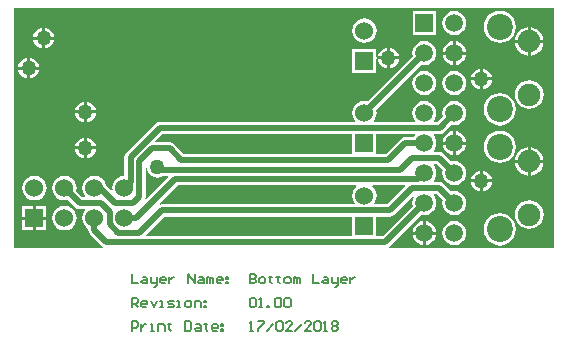
<source format=gbl>
%FSLAX25Y25*%
%MOIN*%
G70*
G01*
G75*
G04 Layer_Physical_Order=2*
G04 Layer_Color=16711680*
%ADD10R,0.04500X0.06000*%
%ADD11C,0.01969*%
%ADD12C,0.03937*%
%ADD13C,0.01772*%
%ADD14C,0.00787*%
%ADD15C,0.07480*%
%ADD16C,0.08661*%
%ADD17R,0.06000X0.06000*%
%ADD18C,0.06000*%
%ADD19R,0.06000X0.06000*%
%ADD20C,0.05906*%
%ADD21R,0.05906X0.05906*%
%ADD22C,0.05000*%
G36*
X44573Y26086D02*
X44925Y25235D01*
X45486Y24504D01*
X46218Y23943D01*
X47069Y23590D01*
X47983Y23470D01*
X48896Y23590D01*
X49748Y23943D01*
X49792Y23977D01*
X51445D01*
X51636Y23515D01*
X44338Y16216D01*
X43897Y16452D01*
X44006Y17000D01*
Y26570D01*
X44505Y26603D01*
X44573Y26086D01*
D02*
G37*
G36*
X130637Y20515D02*
X124660Y14539D01*
X120318D01*
X120097Y14987D01*
X120477Y15483D01*
X120880Y16456D01*
X121017Y17500D01*
X120880Y18544D01*
X120477Y19517D01*
X119835Y20353D01*
X119639Y20504D01*
X119800Y20977D01*
X130445D01*
X130637Y20515D01*
D02*
G37*
G36*
X114326Y20504D02*
X114130Y20353D01*
X113489Y19517D01*
X113086Y18544D01*
X112948Y17500D01*
X113086Y16456D01*
X113489Y15483D01*
X113869Y14987D01*
X113648Y14539D01*
X49498D01*
X48950Y14430D01*
X48715Y14871D01*
X54821Y20977D01*
X114165D01*
X114326Y20504D01*
D02*
G37*
G36*
X133952Y37544D02*
X133553Y37023D01*
X130546D01*
X129771Y36869D01*
X129115Y36431D01*
X124019Y31334D01*
X120983D01*
Y37993D01*
X133731D01*
X133952Y37544D01*
D02*
G37*
G36*
X112983Y31334D02*
X56797D01*
X53453Y34679D01*
X52796Y35117D01*
X52022Y35271D01*
X47456D01*
X47265Y35733D01*
X49524Y37993D01*
X112983D01*
Y31334D01*
D02*
G37*
G36*
X180000Y0D02*
X125422D01*
X125277Y478D01*
X125413Y569D01*
X135988Y11144D01*
X136983Y11013D01*
X138014Y11149D01*
X138976Y11547D01*
X139802Y12181D01*
X140435Y13007D01*
X140834Y13968D01*
X140970Y15000D01*
X140834Y16032D01*
X140435Y16994D01*
X140025Y17528D01*
X140246Y17977D01*
X141145D01*
X143127Y15995D01*
X142996Y15000D01*
X143132Y13968D01*
X143530Y13007D01*
X144164Y12181D01*
X144989Y11547D01*
X145951Y11149D01*
X146983Y11013D01*
X148014Y11149D01*
X148976Y11547D01*
X149802Y12181D01*
X150435Y13007D01*
X150834Y13968D01*
X150970Y15000D01*
X150834Y16032D01*
X150435Y16994D01*
X149802Y17819D01*
X148976Y18453D01*
X148014Y18851D01*
X146983Y18987D01*
X145988Y18856D01*
X143413Y21431D01*
X142757Y21869D01*
X141983Y22023D01*
X140246D01*
X140025Y22472D01*
X140435Y23007D01*
X140834Y23968D01*
X140970Y25000D01*
X140834Y26032D01*
X140435Y26994D01*
X140025Y27529D01*
X140246Y27977D01*
X141145D01*
X143127Y25995D01*
X142996Y25000D01*
X143132Y23968D01*
X143530Y23007D01*
X144164Y22181D01*
X144989Y21547D01*
X145951Y21149D01*
X146983Y21013D01*
X148014Y21149D01*
X148976Y21547D01*
X149802Y22181D01*
X150435Y23007D01*
X150834Y23968D01*
X150970Y25000D01*
X150834Y26032D01*
X150435Y26994D01*
X149802Y27819D01*
X148976Y28453D01*
X148014Y28851D01*
X146983Y28987D01*
X145988Y28856D01*
X143413Y31431D01*
X142757Y31869D01*
X141983Y32023D01*
X140246D01*
X140025Y32472D01*
X140435Y33007D01*
X140834Y33968D01*
X140970Y35000D01*
X140834Y36032D01*
X140435Y36994D01*
X140013Y37544D01*
X140234Y37993D01*
X141998D01*
X142773Y38147D01*
X143429Y38585D01*
X145988Y41144D01*
X146983Y41013D01*
X148014Y41149D01*
X148976Y41547D01*
X149802Y42181D01*
X150435Y43007D01*
X150834Y43968D01*
X150970Y45000D01*
X150834Y46032D01*
X150435Y46993D01*
X149802Y47819D01*
X148976Y48453D01*
X148014Y48851D01*
X146983Y48987D01*
X145951Y48851D01*
X144989Y48453D01*
X144164Y47819D01*
X143530Y46993D01*
X143132Y46032D01*
X142996Y45000D01*
X143127Y44005D01*
X141160Y42039D01*
X140258D01*
X140037Y42487D01*
X140435Y43007D01*
X140834Y43968D01*
X140970Y45000D01*
X140834Y46032D01*
X140435Y46993D01*
X139802Y47819D01*
X138976Y48453D01*
X138014Y48851D01*
X136983Y48987D01*
X135951Y48851D01*
X134989Y48453D01*
X134163Y47819D01*
X133530Y46993D01*
X133132Y46032D01*
X132996Y45000D01*
X133132Y43968D01*
X133530Y43007D01*
X133928Y42487D01*
X133707Y42039D01*
X120318D01*
X120097Y42487D01*
X120477Y42983D01*
X120880Y43956D01*
X121017Y45000D01*
X120881Y46037D01*
X135988Y61144D01*
X136983Y61013D01*
X138014Y61149D01*
X138976Y61547D01*
X139802Y62181D01*
X140435Y63007D01*
X140834Y63968D01*
X140970Y65000D01*
X140834Y66032D01*
X140435Y66993D01*
X139802Y67819D01*
X138976Y68453D01*
X138014Y68851D01*
X136983Y68987D01*
X135951Y68851D01*
X134989Y68453D01*
X134163Y67819D01*
X133530Y66993D01*
X133132Y66032D01*
X132996Y65000D01*
X133127Y64005D01*
X118019Y48898D01*
X116983Y49035D01*
X115938Y48897D01*
X114965Y48494D01*
X114130Y47853D01*
X113489Y47017D01*
X113086Y46044D01*
X112948Y45000D01*
X113086Y43956D01*
X113489Y42983D01*
X113869Y42487D01*
X113648Y42039D01*
X48686D01*
X47912Y41885D01*
X47256Y41446D01*
X37584Y31774D01*
X37145Y31118D01*
X36991Y30344D01*
Y24042D01*
X36983Y24035D01*
X35938Y23897D01*
X34965Y23494D01*
X34130Y22853D01*
X33489Y22017D01*
X33086Y21044D01*
X32948Y20000D01*
X33014Y19499D01*
X32566Y19278D01*
X30892Y20952D01*
X30880Y21044D01*
X30477Y22017D01*
X29836Y22853D01*
X29000Y23494D01*
X28027Y23897D01*
X26983Y24035D01*
X25938Y23897D01*
X24965Y23494D01*
X24130Y22853D01*
X23489Y22017D01*
X23086Y21044D01*
X22948Y20000D01*
X23086Y18956D01*
X23489Y17983D01*
X23869Y17487D01*
X23648Y17039D01*
X22836D01*
X20884Y18991D01*
X21017Y20000D01*
X20880Y21044D01*
X20477Y22017D01*
X19836Y22853D01*
X19000Y23494D01*
X18027Y23897D01*
X16983Y24035D01*
X15938Y23897D01*
X14965Y23494D01*
X14130Y22853D01*
X13489Y22017D01*
X13086Y21044D01*
X12948Y20000D01*
X13086Y18956D01*
X13489Y17983D01*
X14130Y17147D01*
X14965Y16506D01*
X15938Y16103D01*
X16983Y15966D01*
X18027Y16103D01*
X18043Y16110D01*
X20568Y13585D01*
X21224Y13147D01*
X21998Y12993D01*
X23672D01*
X23893Y12544D01*
X23489Y12017D01*
X23086Y11044D01*
X22948Y10000D01*
X23086Y8956D01*
X23489Y7983D01*
X24130Y7147D01*
X24960Y6511D01*
Y6000D01*
X25113Y5226D01*
X25552Y4569D01*
X29552Y569D01*
X29688Y478D01*
X29543Y0D01*
X0D01*
Y80000D01*
X180000D01*
Y0D01*
D02*
G37*
G36*
X133529Y16992D02*
X133132Y16032D01*
X132996Y15000D01*
X133127Y14005D01*
X123145Y4023D01*
X120983D01*
Y10493D01*
X125498D01*
X126273Y10647D01*
X126929Y11085D01*
X133114Y17270D01*
X133529Y16992D01*
D02*
G37*
G36*
X112983Y4023D02*
X44520D01*
X44329Y4485D01*
X50336Y10493D01*
X112983D01*
Y4023D01*
D02*
G37*
%LPC*%
G36*
X172404Y33573D02*
Y29358D01*
X176619D01*
X176522Y30096D01*
X176044Y31249D01*
X175285Y32239D01*
X174294Y32999D01*
X173141Y33476D01*
X172404Y33573D01*
D02*
G37*
G36*
X23483Y32848D02*
X20518D01*
X20573Y32435D01*
X20925Y31583D01*
X21486Y30852D01*
X22218Y30291D01*
X23069Y29938D01*
X23483Y29884D01*
Y32848D01*
D02*
G37*
G36*
X27447D02*
X24483D01*
Y29884D01*
X24896Y29938D01*
X25748Y30291D01*
X26479Y30852D01*
X27040Y31583D01*
X27393Y32435D01*
X27447Y32848D01*
D02*
G37*
G36*
X171404Y33573D02*
X170666Y33476D01*
X169513Y32999D01*
X168523Y32239D01*
X167763Y31249D01*
X167286Y30096D01*
X167189Y29358D01*
X171404D01*
Y33573D01*
D02*
G37*
G36*
Y28358D02*
X167189D01*
X167286Y27621D01*
X167763Y26468D01*
X168523Y25477D01*
X169513Y24718D01*
X170666Y24240D01*
X171404Y24143D01*
Y28358D01*
D02*
G37*
G36*
X176619D02*
X172404D01*
Y24143D01*
X173141Y24240D01*
X174294Y24718D01*
X175285Y25477D01*
X176044Y26468D01*
X176522Y27621D01*
X176619Y28358D01*
D02*
G37*
G36*
X162061Y39156D02*
X160670Y38973D01*
X159373Y38436D01*
X158259Y37582D01*
X157405Y36468D01*
X156868Y35171D01*
X156685Y33780D01*
X156868Y32388D01*
X157405Y31091D01*
X158259Y29978D01*
X159373Y29123D01*
X160670Y28586D01*
X162061Y28403D01*
X163453Y28586D01*
X164750Y29123D01*
X165863Y29978D01*
X166718Y31091D01*
X167255Y32388D01*
X167438Y33780D01*
X167255Y35171D01*
X166718Y36468D01*
X165863Y37582D01*
X164750Y38436D01*
X163453Y38973D01*
X162061Y39156D01*
D02*
G37*
G36*
X147483Y38921D02*
Y35500D01*
X150904D01*
X150834Y36032D01*
X150435Y36994D01*
X149802Y37819D01*
X148976Y38453D01*
X148014Y38851D01*
X147483Y38921D01*
D02*
G37*
G36*
X162061Y11597D02*
X160670Y11414D01*
X159373Y10877D01*
X158259Y10022D01*
X157405Y8909D01*
X156868Y7612D01*
X156685Y6221D01*
X156868Y4829D01*
X157405Y3532D01*
X158259Y2418D01*
X159373Y1564D01*
X160670Y1027D01*
X162061Y844D01*
X163453Y1027D01*
X164750Y1564D01*
X165863Y2418D01*
X166718Y3532D01*
X167255Y4829D01*
X167438Y6221D01*
X167255Y7612D01*
X166718Y8909D01*
X165863Y10022D01*
X164750Y10877D01*
X163453Y11414D01*
X162061Y11597D01*
D02*
G37*
G36*
X23483Y36813D02*
X23069Y36758D01*
X22218Y36406D01*
X21486Y35844D01*
X20925Y35113D01*
X20573Y34262D01*
X20518Y33848D01*
X23483D01*
Y36813D01*
D02*
G37*
G36*
X24483D02*
Y33848D01*
X27447D01*
X27393Y34262D01*
X27040Y35113D01*
X26479Y35844D01*
X25748Y36406D01*
X24896Y36758D01*
X24483Y36813D01*
D02*
G37*
G36*
X146983Y8987D02*
X145951Y8851D01*
X144989Y8453D01*
X144164Y7819D01*
X143530Y6994D01*
X143132Y6032D01*
X142996Y5000D01*
X143132Y3968D01*
X143530Y3007D01*
X144164Y2181D01*
X144989Y1547D01*
X145951Y1149D01*
X146983Y1013D01*
X148014Y1149D01*
X148976Y1547D01*
X149802Y2181D01*
X150435Y3007D01*
X150834Y3968D01*
X150970Y5000D01*
X150834Y6032D01*
X150435Y6994D01*
X149802Y7819D01*
X148976Y8453D01*
X148014Y8851D01*
X146983Y8987D01*
D02*
G37*
G36*
X146483Y38921D02*
X145951Y38851D01*
X144989Y38453D01*
X144164Y37819D01*
X143530Y36994D01*
X143132Y36032D01*
X143062Y35500D01*
X146483D01*
Y38921D01*
D02*
G37*
G36*
Y34500D02*
X143062D01*
X143132Y33968D01*
X143530Y33007D01*
X144164Y32181D01*
X144989Y31547D01*
X145951Y31149D01*
X146483Y31079D01*
Y34500D01*
D02*
G37*
G36*
X150904D02*
X147483D01*
Y31079D01*
X148014Y31149D01*
X148976Y31547D01*
X149802Y32181D01*
X150435Y33007D01*
X150834Y33968D01*
X150904Y34500D01*
D02*
G37*
G36*
X10983Y9500D02*
X7483D01*
Y6000D01*
X10983D01*
Y9500D01*
D02*
G37*
G36*
X171904Y15923D02*
X170666Y15760D01*
X169513Y15282D01*
X168523Y14523D01*
X167763Y13532D01*
X167286Y12379D01*
X167123Y11142D01*
X167286Y9904D01*
X167763Y8751D01*
X168523Y7761D01*
X169513Y7001D01*
X170666Y6524D01*
X171904Y6361D01*
X173141Y6524D01*
X174294Y7001D01*
X175285Y7761D01*
X176044Y8751D01*
X176522Y9904D01*
X176685Y11142D01*
X176522Y12379D01*
X176044Y13532D01*
X175285Y14523D01*
X174294Y15282D01*
X173141Y15760D01*
X171904Y15923D01*
D02*
G37*
G36*
X6483Y14000D02*
X2983D01*
Y10500D01*
X6483D01*
Y14000D01*
D02*
G37*
G36*
Y9500D02*
X2983D01*
Y6000D01*
X6483D01*
Y9500D01*
D02*
G37*
G36*
X136483Y8921D02*
X135951Y8851D01*
X134989Y8453D01*
X134163Y7819D01*
X133530Y6994D01*
X133132Y6032D01*
X133062Y5500D01*
X136483D01*
Y8921D01*
D02*
G37*
G36*
X137483D02*
Y5500D01*
X140904D01*
X140834Y6032D01*
X140435Y6994D01*
X139802Y7819D01*
X138976Y8453D01*
X138014Y8851D01*
X137483Y8921D01*
D02*
G37*
G36*
X16983Y14035D02*
X15938Y13897D01*
X14965Y13494D01*
X14130Y12853D01*
X13489Y12017D01*
X13086Y11044D01*
X12948Y10000D01*
X13086Y8956D01*
X13489Y7983D01*
X14130Y7147D01*
X14965Y6506D01*
X15938Y6103D01*
X16983Y5965D01*
X18027Y6103D01*
X19000Y6506D01*
X19836Y7147D01*
X20477Y7983D01*
X20880Y8956D01*
X21017Y10000D01*
X20880Y11044D01*
X20477Y12017D01*
X19836Y12853D01*
X19000Y13494D01*
X18027Y13897D01*
X16983Y14035D01*
D02*
G37*
G36*
X10983Y14000D02*
X7483D01*
Y10500D01*
X10983D01*
Y14000D01*
D02*
G37*
G36*
X159447Y21848D02*
X156483D01*
Y18884D01*
X156896Y18938D01*
X157748Y19291D01*
X158479Y19852D01*
X159040Y20583D01*
X159392Y21435D01*
X159447Y21848D01*
D02*
G37*
G36*
X155483Y25813D02*
X155069Y25758D01*
X154218Y25405D01*
X153486Y24845D01*
X152925Y24113D01*
X152573Y23262D01*
X152518Y22848D01*
X155483D01*
Y25813D01*
D02*
G37*
G36*
X156483D02*
Y22848D01*
X159447D01*
X159392Y23262D01*
X159040Y24113D01*
X158479Y24845D01*
X157748Y25405D01*
X156896Y25758D01*
X156483Y25813D01*
D02*
G37*
G36*
X155483Y21848D02*
X152518D01*
X152573Y21435D01*
X152925Y20583D01*
X153486Y19852D01*
X154218Y19291D01*
X155069Y18938D01*
X155483Y18884D01*
Y21848D01*
D02*
G37*
G36*
X6983Y24035D02*
X5938Y23897D01*
X4965Y23494D01*
X4130Y22853D01*
X3489Y22017D01*
X3086Y21044D01*
X2948Y20000D01*
X3086Y18956D01*
X3489Y17983D01*
X4130Y17147D01*
X4965Y16506D01*
X5938Y16103D01*
X6983Y15966D01*
X8027Y16103D01*
X9000Y16506D01*
X9836Y17147D01*
X10477Y17983D01*
X10880Y18956D01*
X11017Y20000D01*
X10880Y21044D01*
X10477Y22017D01*
X9836Y22853D01*
X9000Y23494D01*
X8027Y23897D01*
X6983Y24035D01*
D02*
G37*
G36*
X140904Y4500D02*
X137483D01*
Y1079D01*
X138014Y1149D01*
X138976Y1547D01*
X139802Y2181D01*
X140435Y3007D01*
X140834Y3968D01*
X140904Y4500D01*
D02*
G37*
G36*
X136483D02*
X133062D01*
X133132Y3968D01*
X133530Y3007D01*
X134163Y2181D01*
X134989Y1547D01*
X135951Y1149D01*
X136483Y1079D01*
Y4500D01*
D02*
G37*
G36*
X146483Y68921D02*
X145951Y68851D01*
X144989Y68453D01*
X144164Y67819D01*
X143530Y66993D01*
X143132Y66032D01*
X143062Y65500D01*
X146483D01*
Y68921D01*
D02*
G37*
G36*
X176619Y68358D02*
X172404D01*
Y64143D01*
X173141Y64240D01*
X174294Y64718D01*
X175285Y65478D01*
X176044Y66468D01*
X176522Y67621D01*
X176619Y68358D01*
D02*
G37*
G36*
X9500Y69500D02*
X6536D01*
X6590Y69086D01*
X6943Y68235D01*
X7504Y67504D01*
X8235Y66943D01*
X9086Y66590D01*
X9500Y66536D01*
Y69500D01*
D02*
G37*
G36*
X147483Y68921D02*
Y65500D01*
X150904D01*
X150834Y66032D01*
X150435Y66993D01*
X149802Y67819D01*
X148976Y68453D01*
X148014Y68851D01*
X147483Y68921D01*
D02*
G37*
G36*
X171404Y68358D02*
X167189D01*
X167286Y67621D01*
X167763Y66468D01*
X168523Y65478D01*
X169513Y64718D01*
X170666Y64240D01*
X171404Y64143D01*
Y68358D01*
D02*
G37*
G36*
X150904Y64500D02*
X147483D01*
Y61079D01*
X148014Y61149D01*
X148976Y61547D01*
X149802Y62181D01*
X150435Y63007D01*
X150834Y63968D01*
X150904Y64500D01*
D02*
G37*
G36*
X146483D02*
X143062D01*
X143132Y63968D01*
X143530Y63007D01*
X144164Y62181D01*
X144989Y61547D01*
X145951Y61149D01*
X146483Y61079D01*
Y64500D01*
D02*
G37*
G36*
X125483Y66813D02*
Y63848D01*
X128447D01*
X128393Y64262D01*
X128040Y65113D01*
X127479Y65845D01*
X126748Y66405D01*
X125896Y66758D01*
X125483Y66813D01*
D02*
G37*
G36*
X124483D02*
X124069Y66758D01*
X123217Y66405D01*
X122486Y65845D01*
X121925Y65113D01*
X121573Y64262D01*
X121518Y63848D01*
X124483D01*
Y66813D01*
D02*
G37*
G36*
X10500Y73464D02*
Y70500D01*
X13464D01*
X13410Y70914D01*
X13057Y71765D01*
X12496Y72496D01*
X11765Y73057D01*
X10914Y73410D01*
X10500Y73464D01*
D02*
G37*
G36*
X9500D02*
X9086Y73410D01*
X8235Y73057D01*
X7504Y72496D01*
X6943Y71765D01*
X6590Y70914D01*
X6536Y70500D01*
X9500D01*
Y73464D01*
D02*
G37*
G36*
X140935Y78953D02*
X133030D01*
Y71047D01*
X140935D01*
Y78953D01*
D02*
G37*
G36*
X146983Y78987D02*
X145951Y78851D01*
X144989Y78453D01*
X144164Y77819D01*
X143530Y76994D01*
X143132Y76032D01*
X142996Y75000D01*
X143132Y73968D01*
X143530Y73007D01*
X144164Y72181D01*
X144989Y71547D01*
X145951Y71149D01*
X146983Y71013D01*
X148014Y71149D01*
X148976Y71547D01*
X149802Y72181D01*
X150435Y73007D01*
X150834Y73968D01*
X150970Y75000D01*
X150834Y76032D01*
X150435Y76994D01*
X149802Y77819D01*
X148976Y78453D01*
X148014Y78851D01*
X146983Y78987D01*
D02*
G37*
G36*
X172404Y73573D02*
Y69358D01*
X176619D01*
X176522Y70096D01*
X176044Y71249D01*
X175285Y72239D01*
X174294Y72999D01*
X173141Y73476D01*
X172404Y73573D01*
D02*
G37*
G36*
X162061Y79156D02*
X160670Y78973D01*
X159373Y78436D01*
X158259Y77582D01*
X157405Y76468D01*
X156868Y75171D01*
X156685Y73780D01*
X156868Y72388D01*
X157405Y71091D01*
X158259Y69978D01*
X159373Y69123D01*
X160670Y68586D01*
X162061Y68403D01*
X163453Y68586D01*
X164750Y69123D01*
X165863Y69978D01*
X166718Y71091D01*
X167255Y72388D01*
X167438Y73780D01*
X167255Y75171D01*
X166718Y76468D01*
X165863Y77582D01*
X164750Y78436D01*
X163453Y78973D01*
X162061Y79156D01*
D02*
G37*
G36*
X13464Y69500D02*
X10500D01*
Y66536D01*
X10914Y66590D01*
X11765Y66943D01*
X12496Y67504D01*
X13057Y68235D01*
X13410Y69086D01*
X13464Y69500D01*
D02*
G37*
G36*
X171404Y73573D02*
X170666Y73476D01*
X169513Y72999D01*
X168523Y72239D01*
X167763Y71249D01*
X167286Y70096D01*
X167189Y69358D01*
X171404D01*
Y73573D01*
D02*
G37*
G36*
X116983Y76535D02*
X115938Y76397D01*
X114965Y75994D01*
X114130Y75353D01*
X113489Y74517D01*
X113086Y73544D01*
X112948Y72500D01*
X113086Y71456D01*
X113489Y70483D01*
X114130Y69647D01*
X114965Y69006D01*
X115938Y68603D01*
X116983Y68466D01*
X118027Y68603D01*
X119000Y69006D01*
X119835Y69647D01*
X120477Y70483D01*
X120880Y71456D01*
X121017Y72500D01*
X120880Y73544D01*
X120477Y74517D01*
X119835Y75353D01*
X119000Y75994D01*
X118027Y76397D01*
X116983Y76535D01*
D02*
G37*
G36*
X5500Y63464D02*
Y60500D01*
X8464D01*
X8410Y60914D01*
X8057Y61765D01*
X7496Y62496D01*
X6765Y63057D01*
X5914Y63410D01*
X5500Y63464D01*
D02*
G37*
G36*
X136983Y58987D02*
X135951Y58851D01*
X134989Y58453D01*
X134163Y57819D01*
X133530Y56994D01*
X133132Y56032D01*
X132996Y55000D01*
X133132Y53968D01*
X133530Y53007D01*
X134163Y52181D01*
X134989Y51547D01*
X135951Y51149D01*
X136983Y51013D01*
X138014Y51149D01*
X138976Y51547D01*
X139802Y52181D01*
X140435Y53007D01*
X140834Y53968D01*
X140970Y55000D01*
X140834Y56032D01*
X140435Y56994D01*
X139802Y57819D01*
X138976Y58453D01*
X138014Y58851D01*
X136983Y58987D01*
D02*
G37*
G36*
X171904Y55923D02*
X170666Y55760D01*
X169513Y55282D01*
X168523Y54523D01*
X167763Y53532D01*
X167286Y52379D01*
X167123Y51142D01*
X167286Y49904D01*
X167763Y48751D01*
X168523Y47761D01*
X169513Y47001D01*
X170666Y46524D01*
X171904Y46361D01*
X173141Y46524D01*
X174294Y47001D01*
X175285Y47761D01*
X176044Y48751D01*
X176522Y49904D01*
X176685Y51142D01*
X176522Y52379D01*
X176044Y53532D01*
X175285Y54523D01*
X174294Y55282D01*
X173141Y55760D01*
X171904Y55923D01*
D02*
G37*
G36*
X155483Y55848D02*
X152518D01*
X152573Y55435D01*
X152925Y54583D01*
X153486Y53852D01*
X154218Y53291D01*
X155069Y52938D01*
X155483Y52884D01*
Y55848D01*
D02*
G37*
G36*
X146983Y58987D02*
X145951Y58851D01*
X144989Y58453D01*
X144164Y57819D01*
X143530Y56994D01*
X143132Y56032D01*
X142996Y55000D01*
X143132Y53968D01*
X143530Y53007D01*
X144164Y52181D01*
X144989Y51547D01*
X145951Y51149D01*
X146983Y51013D01*
X148014Y51149D01*
X148976Y51547D01*
X149802Y52181D01*
X150435Y53007D01*
X150834Y53968D01*
X150970Y55000D01*
X150834Y56032D01*
X150435Y56994D01*
X149802Y57819D01*
X148976Y58453D01*
X148014Y58851D01*
X146983Y58987D01*
D02*
G37*
G36*
X24483Y48813D02*
Y45848D01*
X27447D01*
X27393Y46262D01*
X27040Y47113D01*
X26479Y47844D01*
X25748Y48406D01*
X24896Y48758D01*
X24483Y48813D01*
D02*
G37*
G36*
X23483Y44848D02*
X20518D01*
X20573Y44435D01*
X20925Y43583D01*
X21486Y42852D01*
X22218Y42291D01*
X23069Y41938D01*
X23483Y41884D01*
Y44848D01*
D02*
G37*
G36*
X162061Y51597D02*
X160670Y51414D01*
X159373Y50877D01*
X158259Y50022D01*
X157405Y48909D01*
X156868Y47612D01*
X156685Y46220D01*
X156868Y44829D01*
X157405Y43532D01*
X158259Y42419D01*
X159373Y41564D01*
X160670Y41027D01*
X162061Y40844D01*
X163453Y41027D01*
X164750Y41564D01*
X165863Y42419D01*
X166718Y43532D01*
X167255Y44829D01*
X167438Y46220D01*
X167255Y47612D01*
X166718Y48909D01*
X165863Y50022D01*
X164750Y50877D01*
X163453Y51414D01*
X162061Y51597D01*
D02*
G37*
G36*
X23483Y48813D02*
X23069Y48758D01*
X22218Y48406D01*
X21486Y47844D01*
X20925Y47113D01*
X20573Y46262D01*
X20518Y45848D01*
X23483D01*
Y48813D01*
D02*
G37*
G36*
X27447Y44848D02*
X24483D01*
Y41884D01*
X24896Y41938D01*
X25748Y42291D01*
X26479Y42852D01*
X27040Y43583D01*
X27393Y44435D01*
X27447Y44848D01*
D02*
G37*
G36*
X124483Y62848D02*
X121518D01*
X121573Y62435D01*
X121925Y61583D01*
X122486Y60852D01*
X123217Y60291D01*
X124069Y59938D01*
X124483Y59884D01*
Y62848D01*
D02*
G37*
G36*
X120983Y66500D02*
X112983D01*
Y58500D01*
X120983D01*
Y63094D01*
X121014Y63096D01*
Y63600D01*
X120983Y63603D01*
Y66500D01*
D02*
G37*
G36*
X4500Y63464D02*
X4086Y63410D01*
X3235Y63057D01*
X2504Y62496D01*
X1943Y61765D01*
X1590Y60914D01*
X1536Y60500D01*
X4500D01*
Y63464D01*
D02*
G37*
G36*
X128447Y62848D02*
X125483D01*
Y59884D01*
X125896Y59938D01*
X126748Y60291D01*
X127479Y60852D01*
X128040Y61583D01*
X128393Y62435D01*
X128447Y62848D01*
D02*
G37*
G36*
X156483Y59813D02*
Y56848D01*
X159447D01*
X159392Y57262D01*
X159040Y58113D01*
X158479Y58845D01*
X157748Y59405D01*
X156896Y59758D01*
X156483Y59813D01*
D02*
G37*
G36*
X4500Y59500D02*
X1536D01*
X1590Y59086D01*
X1943Y58235D01*
X2504Y57504D01*
X3235Y56943D01*
X4086Y56590D01*
X4500Y56536D01*
Y59500D01*
D02*
G37*
G36*
X159447Y55848D02*
X156483D01*
Y52884D01*
X156896Y52938D01*
X157748Y53291D01*
X158479Y53852D01*
X159040Y54583D01*
X159392Y55435D01*
X159447Y55848D01*
D02*
G37*
G36*
X155483Y59813D02*
X155069Y59758D01*
X154218Y59405D01*
X153486Y58845D01*
X152925Y58113D01*
X152573Y57262D01*
X152518Y56848D01*
X155483D01*
Y59813D01*
D02*
G37*
G36*
X8464Y59500D02*
X5500D01*
Y56536D01*
X5914Y56590D01*
X6765Y56943D01*
X7496Y57504D01*
X8057Y58235D01*
X8410Y59086D01*
X8464Y59500D01*
D02*
G37*
%LPD*%
D11*
X116983Y45000D02*
X136983Y65000D01*
X123983Y2000D02*
X136983Y15000D01*
X26983Y6000D02*
Y10000D01*
Y6000D02*
X30983Y2000D01*
X123983D01*
X16983Y20000D02*
X17014D01*
X21998Y15016D01*
X29016D01*
X31998Y12033D01*
Y7936D02*
Y12033D01*
Y7936D02*
X34918Y5016D01*
X36967D01*
X36983Y5000D01*
X41983D01*
X49498Y12516D01*
X125498D01*
X141983Y20000D02*
X146983Y15000D01*
X36983Y10000D02*
X40983D01*
X141983Y30000D02*
X146983Y25000D01*
X132983Y30000D02*
X141983D01*
X26983Y20000D02*
X28983D01*
X33983Y15000D01*
X39983D01*
X41983Y17000D01*
X47983Y27000D02*
X48983Y26000D01*
X128983D01*
X132983Y30000D01*
X125498Y12516D02*
X132983Y20000D01*
X141983D01*
X134983Y23000D02*
X136983Y25000D01*
X40983Y10000D02*
X53983Y23000D01*
X134983D01*
X41983Y17000D02*
Y29114D01*
X46117Y33248D01*
X52022D01*
X55959Y29311D01*
X124857D01*
X130546Y35000D01*
X136983D01*
X36983Y20000D02*
X39014Y22031D01*
Y30344D01*
X48686Y40016D01*
X141998D01*
X146983Y45000D01*
D14*
X39370Y-8662D02*
Y-11811D01*
X41469D01*
X43043Y-9712D02*
X44093D01*
X44618Y-10237D01*
Y-11811D01*
X43043D01*
X42519Y-11286D01*
X43043Y-10762D01*
X44618D01*
X45667Y-9712D02*
Y-11286D01*
X46192Y-11811D01*
X47766D01*
Y-12336D01*
X47242Y-12861D01*
X46717D01*
X47766Y-11811D02*
Y-9712D01*
X50390Y-11811D02*
X49341D01*
X48816Y-11286D01*
Y-10237D01*
X49341Y-9712D01*
X50390D01*
X50915Y-10237D01*
Y-10762D01*
X48816D01*
X51964Y-9712D02*
Y-11811D01*
Y-10762D01*
X52489Y-10237D01*
X53014Y-9712D01*
X53539D01*
X58262Y-11811D02*
Y-8662D01*
X60361Y-11811D01*
Y-8662D01*
X61935Y-9712D02*
X62985D01*
X63509Y-10237D01*
Y-11811D01*
X61935D01*
X61410Y-11286D01*
X61935Y-10762D01*
X63509D01*
X64559Y-11811D02*
Y-9712D01*
X65084D01*
X65608Y-10237D01*
Y-11811D01*
Y-10237D01*
X66133Y-9712D01*
X66658Y-10237D01*
Y-11811D01*
X69282D02*
X68232D01*
X67707Y-11286D01*
Y-10237D01*
X68232Y-9712D01*
X69282D01*
X69806Y-10237D01*
Y-10762D01*
X67707D01*
X70856Y-9712D02*
X71381D01*
Y-10237D01*
X70856D01*
Y-9712D01*
Y-11286D02*
X71381D01*
Y-11811D01*
X70856D01*
Y-11286D01*
X39370Y-19685D02*
Y-16536D01*
X40944D01*
X41469Y-17061D01*
Y-18111D01*
X40944Y-18635D01*
X39370D01*
X40420D02*
X41469Y-19685D01*
X44093D02*
X43043D01*
X42519Y-19160D01*
Y-18111D01*
X43043Y-17586D01*
X44093D01*
X44618Y-18111D01*
Y-18635D01*
X42519D01*
X45667Y-17586D02*
X46717Y-19685D01*
X47766Y-17586D01*
X48816Y-19685D02*
X49865D01*
X49341D01*
Y-17586D01*
X48816D01*
X51440Y-19685D02*
X53014D01*
X53539Y-19160D01*
X53014Y-18635D01*
X51964D01*
X51440Y-18111D01*
X51964Y-17586D01*
X53539D01*
X54588Y-19685D02*
X55638D01*
X55113D01*
Y-17586D01*
X54588D01*
X57737Y-19685D02*
X58786D01*
X59311Y-19160D01*
Y-18111D01*
X58786Y-17586D01*
X57737D01*
X57212Y-18111D01*
Y-19160D01*
X57737Y-19685D01*
X60361D02*
Y-17586D01*
X61935D01*
X62460Y-18111D01*
Y-19685D01*
X63509Y-17586D02*
X64034D01*
Y-18111D01*
X63509D01*
Y-17586D01*
Y-19160D02*
X64034D01*
Y-19685D01*
X63509D01*
Y-19160D01*
X39370Y-27559D02*
Y-24410D01*
X40944D01*
X41469Y-24935D01*
Y-25985D01*
X40944Y-26509D01*
X39370D01*
X42519Y-25460D02*
Y-27559D01*
Y-26509D01*
X43043Y-25985D01*
X43568Y-25460D01*
X44093D01*
X45667Y-27559D02*
X46717D01*
X46192D01*
Y-25460D01*
X45667D01*
X48291Y-27559D02*
Y-25460D01*
X49865D01*
X50390Y-25985D01*
Y-27559D01*
X51964Y-24935D02*
Y-25460D01*
X51440D01*
X52489D01*
X51964D01*
Y-27034D01*
X52489Y-27559D01*
X57212Y-24410D02*
Y-27559D01*
X58786D01*
X59311Y-27034D01*
Y-24935D01*
X58786Y-24410D01*
X57212D01*
X60886Y-25460D02*
X61935D01*
X62460Y-25985D01*
Y-27559D01*
X60886D01*
X60361Y-27034D01*
X60886Y-26509D01*
X62460D01*
X64034Y-24935D02*
Y-25460D01*
X63509D01*
X64559D01*
X64034D01*
Y-27034D01*
X64559Y-27559D01*
X67707D02*
X66658D01*
X66133Y-27034D01*
Y-25985D01*
X66658Y-25460D01*
X67707D01*
X68232Y-25985D01*
Y-26509D01*
X66133D01*
X69282Y-25460D02*
X69806D01*
Y-25985D01*
X69282D01*
Y-25460D01*
Y-27034D02*
X69806D01*
Y-27559D01*
X69282D01*
Y-27034D01*
X78740Y-27559D02*
X79790D01*
X79265D01*
Y-24410D01*
X78740Y-24935D01*
X81364Y-24410D02*
X83463D01*
Y-24935D01*
X81364Y-27034D01*
Y-27559D01*
X84513D02*
X86612Y-25460D01*
X87661Y-24935D02*
X88186Y-24410D01*
X89236D01*
X89760Y-24935D01*
Y-27034D01*
X89236Y-27559D01*
X88186D01*
X87661Y-27034D01*
Y-24935D01*
X92909Y-27559D02*
X90810D01*
X92909Y-25460D01*
Y-24935D01*
X92384Y-24410D01*
X91334D01*
X90810Y-24935D01*
X93958Y-27559D02*
X96057Y-25460D01*
X99206Y-27559D02*
X97107D01*
X99206Y-25460D01*
Y-24935D01*
X98681Y-24410D01*
X97632D01*
X97107Y-24935D01*
X100256D02*
X100780Y-24410D01*
X101830D01*
X102355Y-24935D01*
Y-27034D01*
X101830Y-27559D01*
X100780D01*
X100256Y-27034D01*
Y-24935D01*
X103404Y-27559D02*
X104454D01*
X103929D01*
Y-24410D01*
X103404Y-24935D01*
X106028D02*
X106553Y-24410D01*
X107602D01*
X108127Y-24935D01*
Y-25460D01*
X107602Y-25985D01*
X108127Y-26509D01*
Y-27034D01*
X107602Y-27559D01*
X106553D01*
X106028Y-27034D01*
Y-26509D01*
X106553Y-25985D01*
X106028Y-25460D01*
Y-24935D01*
X106553Y-25985D02*
X107602D01*
X78740Y-17061D02*
X79265Y-16536D01*
X80314D01*
X80839Y-17061D01*
Y-19160D01*
X80314Y-19685D01*
X79265D01*
X78740Y-19160D01*
Y-17061D01*
X81889Y-19685D02*
X82938D01*
X82414D01*
Y-16536D01*
X81889Y-17061D01*
X84513Y-19685D02*
Y-19160D01*
X85037D01*
Y-19685D01*
X84513D01*
X87136Y-17061D02*
X87661Y-16536D01*
X88711D01*
X89236Y-17061D01*
Y-19160D01*
X88711Y-19685D01*
X87661D01*
X87136Y-19160D01*
Y-17061D01*
X90285D02*
X90810Y-16536D01*
X91859D01*
X92384Y-17061D01*
Y-19160D01*
X91859Y-19685D01*
X90810D01*
X90285Y-19160D01*
Y-17061D01*
X78740Y-8662D02*
Y-11811D01*
X80314D01*
X80839Y-11286D01*
Y-10762D01*
X80314Y-10237D01*
X78740D01*
X80314D01*
X80839Y-9712D01*
Y-9187D01*
X80314Y-8662D01*
X78740D01*
X82414Y-11811D02*
X83463D01*
X83988Y-11286D01*
Y-10237D01*
X83463Y-9712D01*
X82414D01*
X81889Y-10237D01*
Y-11286D01*
X82414Y-11811D01*
X85562Y-9187D02*
Y-9712D01*
X85037D01*
X86087D01*
X85562D01*
Y-11286D01*
X86087Y-11811D01*
X88186Y-9187D02*
Y-9712D01*
X87661D01*
X88711D01*
X88186D01*
Y-11286D01*
X88711Y-11811D01*
X90810D02*
X91859D01*
X92384Y-11286D01*
Y-10237D01*
X91859Y-9712D01*
X90810D01*
X90285Y-10237D01*
Y-11286D01*
X90810Y-11811D01*
X93434D02*
Y-9712D01*
X93958D01*
X94483Y-10237D01*
Y-11811D01*
Y-10237D01*
X95008Y-9712D01*
X95533Y-10237D01*
Y-11811D01*
X99731Y-8662D02*
Y-11811D01*
X101830D01*
X103404Y-9712D02*
X104454D01*
X104978Y-10237D01*
Y-11811D01*
X103404D01*
X102879Y-11286D01*
X103404Y-10762D01*
X104978D01*
X106028Y-9712D02*
Y-11286D01*
X106553Y-11811D01*
X108127D01*
Y-12336D01*
X107602Y-12861D01*
X107078D01*
X108127Y-11811D02*
Y-9712D01*
X110751Y-11811D02*
X109701D01*
X109177Y-11286D01*
Y-10237D01*
X109701Y-9712D01*
X110751D01*
X111276Y-10237D01*
Y-10762D01*
X109177D01*
X112325Y-9712D02*
Y-11811D01*
Y-10762D01*
X112850Y-10237D01*
X113375Y-9712D01*
X113899D01*
D15*
X171904Y28858D02*
D03*
Y11142D02*
D03*
Y51142D02*
D03*
Y68858D02*
D03*
D16*
X162061Y33780D02*
D03*
Y6221D02*
D03*
Y46220D02*
D03*
Y73780D02*
D03*
D17*
X116983Y7500D02*
D03*
Y35000D02*
D03*
Y62500D02*
D03*
D18*
Y17500D02*
D03*
Y45000D02*
D03*
Y72500D02*
D03*
X16983Y10000D02*
D03*
X26983D02*
D03*
X36983D02*
D03*
X6983Y20000D02*
D03*
X16983D02*
D03*
X26983D02*
D03*
X36983D02*
D03*
D19*
X6983Y10000D02*
D03*
D20*
X146983Y75000D02*
D03*
Y65000D02*
D03*
X136983D02*
D03*
X146983Y55000D02*
D03*
X136983D02*
D03*
X146983Y45000D02*
D03*
X136983D02*
D03*
X146983Y35000D02*
D03*
X136983D02*
D03*
X146983Y25000D02*
D03*
X136983D02*
D03*
X146983Y15000D02*
D03*
X136983D02*
D03*
X146983Y5000D02*
D03*
X136983D02*
D03*
D21*
Y75000D02*
D03*
D22*
X47983Y27000D02*
D03*
X23983Y45348D02*
D03*
Y33348D02*
D03*
X5000Y60000D02*
D03*
X10000Y70000D02*
D03*
X124983Y63348D02*
D03*
X155983Y56348D02*
D03*
Y22348D02*
D03*
M02*

</source>
